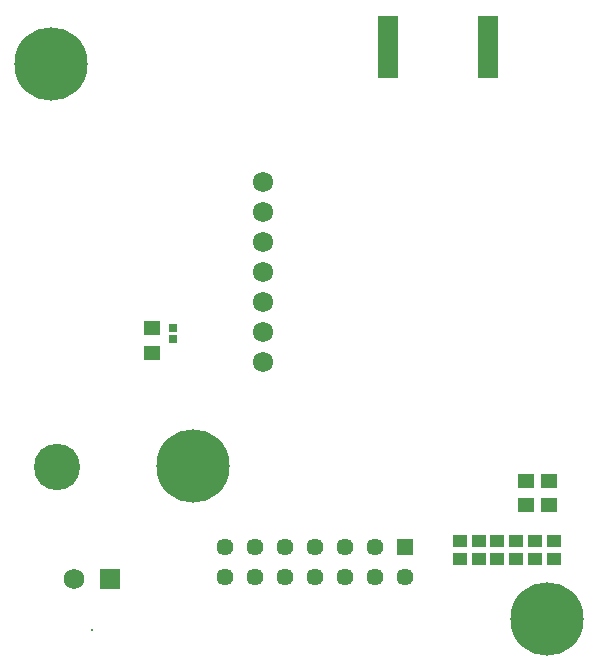
<source format=gbs>
G04*
G04 #@! TF.GenerationSoftware,Altium Limited,Altium Designer,22.1.2 (22)*
G04*
G04 Layer_Color=16711935*
%FSLAX25Y25*%
%MOIN*%
G70*
G04*
G04 #@! TF.SameCoordinates,36DEEAF7-B38F-4887-853D-DC1A27ABF5B6*
G04*
G04*
G04 #@! TF.FilePolarity,Negative*
G04*
G01*
G75*
%ADD16R,0.06784X0.20800*%
%ADD31R,0.02965X0.02965*%
%ADD41C,0.15449*%
%ADD42C,0.06784*%
%ADD43C,0.05682*%
%ADD44R,0.05682X0.05682*%
%ADD45C,0.24422*%
%ADD46C,0.00800*%
%ADD47C,0.06824*%
%ADD48R,0.06824X0.06824*%
%ADD102R,0.04619X0.04225*%
%ADD103R,0.05524X0.05131*%
D16*
X128189Y206594D02*
D03*
X161575D02*
D03*
X128189Y206594D02*
D03*
X161575D02*
D03*
D31*
X56299Y109350D02*
D03*
Y112894D02*
D03*
D41*
X17717Y66457D02*
D03*
D42*
X86614Y121417D02*
D03*
Y131417D02*
D03*
Y141417D02*
D03*
Y101417D02*
D03*
Y111417D02*
D03*
Y151417D02*
D03*
Y161417D02*
D03*
D43*
X73858Y29921D02*
D03*
Y39921D02*
D03*
X83858Y29921D02*
D03*
Y39921D02*
D03*
X93858Y29921D02*
D03*
Y39921D02*
D03*
X103858Y29921D02*
D03*
Y39921D02*
D03*
X113858Y29921D02*
D03*
Y39921D02*
D03*
X123858Y29921D02*
D03*
Y39921D02*
D03*
X133858Y29921D02*
D03*
D44*
Y39921D02*
D03*
D45*
X181102Y15748D02*
D03*
X62992Y66929D02*
D03*
X15748Y200787D02*
D03*
D46*
X29528Y12126D02*
D03*
D47*
X23622Y29134D02*
D03*
D48*
X35433D02*
D03*
D102*
X158366Y41850D02*
D03*
Y35709D02*
D03*
X170866D02*
D03*
Y41850D02*
D03*
X164567Y35709D02*
D03*
Y41850D02*
D03*
X183465D02*
D03*
Y35709D02*
D03*
X177126D02*
D03*
Y41850D02*
D03*
X152165D02*
D03*
Y35709D02*
D03*
D103*
X49606Y104626D02*
D03*
Y112894D02*
D03*
X174016Y53740D02*
D03*
Y62008D02*
D03*
X181890D02*
D03*
Y53740D02*
D03*
M02*

</source>
